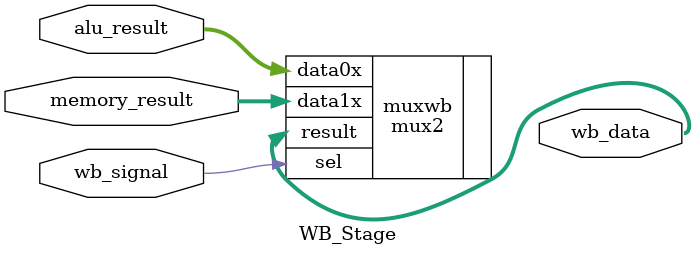
<source format=v>
module WB_Stage(memory_result,alu_result,wb_signal,wb_data);
	input [31:0]memory_result,alu_result;
	input wb_signal;
	output [31:0]wb_data;
	
	
	mux2 muxwb (
	.data0x(alu_result),
	.data1x(memory_result),
	.sel(wb_signal),
	.result(wb_data)
	);
endmodule

</source>
